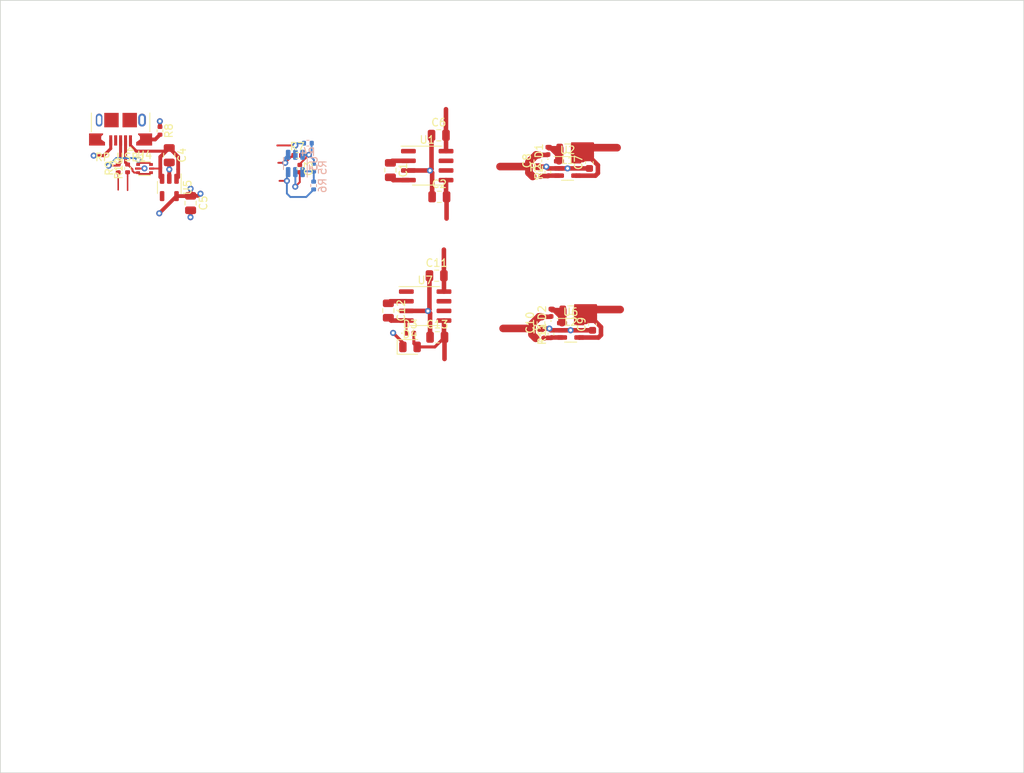
<source format=kicad_pcb>
(kicad_pcb (version 20221018) (generator pcbnew)
  (layers (0 "F.Cu" signal) (1 "In1.Cu" signal) (2 "In2.Cu" signal) (31 "B.Cu" signal) (34 "B.Paste" user) (35 "F.Paste" user) (36 "B.SilkS" user "B.Silkscreen") (37 "F.SilkS" user "F.Silkscreen") (38 "B.Mask" user) (39 "F.Mask" user) (44 "Edge.Cuts" user))
  (net 0 "")
  (net 1 "/USB Micro B/+5V")
  (net 2 "/EEPROM/CS#")
  (net 3 "Net-(U3-DO)")
  (net 4 "/EEPROM/DATA")
  (net 5 "/EEPROM/CLK")
  (net 6 "Net-(RP_USB1-Shield)")
  (net 7 "/USB Micro B/USB D+")
  (net 8 "Net-(RP_USB1-D+)")
  (net 9 "/USB Micro B/USB D-")
  (net 10 "Net-(RP_USB1-D-)")
  (net 13 "+3V3")
  (net 14 "GND")
  (net 15 "Net-(U1-CAP+)")
  (net 16 "Net-(U1-CAP-)")
  (net 17 "/Voltage Inverter/V-")
  (net 18 "/Voltage Inverter/V+")
  (net 22 "/DC Boost 10v/VIN")
  (net 23 "/DC Boost 10v/VOUT")
  (net 24 "/DC Boost 8.5v/VIN")
  (net 25 "/DC Boost 8.5v/VOUT")
  (net 26 "Net-(D1-A)")
  (net 27 "Net-(D2-A)")
  (net 28 "Net-(U2-FB)")
  (net 29 "Net-(U6-FB)")
  (net 30 "/Voltage Inverter alt/V+")
  (net 31 "Net-(U7-CAP+)")
  (net 32 "Net-(D3-K)")
  (net 33 "/Voltage Inverter alt/V-")
  (footprint "Package_SO:SOIC-8_3.9x4.9mm_P1.27mm" (layer "F.Cu") (at 165.367143 54.75845)
    (fp_text reference "U1" (at 0 -3.4) (layer "F.SilkS"))
    (fp_text value "TC7662Bx0A")
    (fp_line (start 0 -2.56) (end -3.45 -2.56) (stroke (width 0.12)) (layer "F.SilkS"))
    (fp_line (start 0 -2.56) (end 1.95 -2.56) (stroke (width 0.12)) (layer "F.SilkS"))
    (fp_line (start 0 2.56) (end -1.95 2.56) (stroke (width 0.12)) (layer "F.SilkS"))
    (fp_line (start 0 2.56) (end 1.95 2.56) (stroke (width 0.12)) (layer "F.SilkS"))
    (pad "1" smd roundrect (at -2.475 -1.905) (size 1.95 0.6) (layers "F.Cu" "F.Paste" "F.Mask"))
    (pad "2" smd roundrect (at -2.475 -0.635) (size 1.95 0.6) (layers "F.Cu" "F.Paste" "F.Mask") (net 15 "Net-(U1-CAP+)"))
    (pad "3" smd roundrect (at -2.475 0.635) (size 1.95 0.6) (layers "F.Cu" "F.Paste" "F.Mask") (net 14 "GND"))
    (pad "4" smd roundrect (at -2.475 1.905) (size 1.95 0.6) (layers "F.Cu" "F.Paste" "F.Mask") (net 16 "Net-(U1-CAP-)"))
    (pad "5" smd roundrect (at 2.475 1.905) (size 1.95 0.6) (layers "F.Cu" "F.Paste" "F.Mask") (net 17 "/Voltage Inverter/V-"))
    (pad "6" smd roundrect (at 2.475 0.635) (size 1.95 0.6) (layers "F.Cu" "F.Paste" "F.Mask"))
    (pad "7" smd roundrect (at 2.475 -0.635) (size 1.95 0.6) (layers "F.Cu" "F.Paste" "F.Mask"))
    (pad "8" smd roundrect (at 2.475 -1.905) (size 1.95 0.6) (layers "F.Cu" "F.Paste" "F.Mask") (net 18 "/Voltage Inverter/V+"))
  )
  (footprint "Capacitor_SMD:C_0805_2012Metric" (layer "F.Cu") (at 160.523649 55.343065 -90)
    (fp_text reference "C1" (at 0 -1.68 90) (layer "F.SilkS"))
    (fp_text value "10uF")
    (fp_line (start -0.261252 -0.735) (end 0.261252 -0.735) (stroke (width 0.12)) (layer "F.SilkS"))
    (fp_line (start -0.261252 0.735) (end 0.261252 0.735) (stroke (width 0.12)) (layer "F.SilkS"))
    (pad "1" smd roundrect (at -0.95 0 270) (size 1 1.45) (layers "F.Cu" "F.Paste" "F.Mask") (net 15 "Net-(U1-CAP+)"))
    (pad "2" smd roundrect (at 0.95 0 270) (size 1 1.45) (layers "F.Cu" "F.Paste" "F.Mask") (net 16 "Net-(U1-CAP-)"))
  )
  (footprint "Capacitor_SMD:C_0805_2012Metric" (layer "F.Cu") (at 166.610025 69.236544)
    (fp_text reference "C11" (at 0 -1.68) (layer "F.SilkS"))
    (fp_text value "10uF")
    (fp_line (start -0.261252 -0.735) (end 0.261252 -0.735) (stroke (width 0.12)) (layer "F.SilkS"))
    (fp_line (start -0.261252 0.735) (end 0.261252 0.735) (stroke (width 0.12)) (layer "F.SilkS"))
    (pad "1" smd roundrect (at -0.95 0) (size 1 1.45) (layers "F.Cu" "F.Paste" "F.Mask") (net 14 "GND"))
    (pad "2" smd roundrect (at 0.95 0) (size 1 1.45) (layers "F.Cu" "F.Paste" "F.Mask") (net 30 "/Voltage Inverter alt/V+"))
  )
  (footprint "Capacitor_SMD:C_0603_1608Metric" (layer "F.Cu") (at 180.323853 75.412827 90)
    (fp_text reference "C10" (at 0 -1.43 90) (layer "F.SilkS"))
    (fp_text value "10uF")
    (fp_line (start -0.14058 -0.51) (end 0.14058 -0.51) (stroke (width 0.12)) (layer "F.SilkS"))
    (fp_line (start -0.14058 0.51) (end 0.14058 0.51) (stroke (width 0.12)) (layer "F.SilkS"))
    (pad "1" smd roundrect (at -0.775 0 90) (size 0.9 0.95) (layers "F.Cu" "F.Paste" "F.Mask") (net 14 "GND"))
    (pad "2" smd roundrect (at 0.775 0 90) (size 0.9 0.95) (layers "F.Cu" "F.Paste" "F.Mask") (net 25 "/DC Boost 8.5v/VOUT"))
  )
  (footprint "Package_TO_SOT_SMD:SOT-23-5" (layer "F.Cu") (at 184.235983 76.413365)
    (fp_text reference "U6" (at 0 -2.4) (layer "F.SilkS"))
    (fp_text value "LM27313XMF")
    (fp_line (start 0 -1.56) (end -1.8 -1.56) (stroke (width 0.12)) (layer "F.SilkS"))
    (fp_line (start 0 -1.56) (end 0.8 -1.56) (stroke (width 0.12)) (layer "F.SilkS"))
    (fp_line (start 0 1.56) (end -0.8 1.56) (stroke (width 0.12)) (layer "F.SilkS"))
    (fp_line (start 0 1.56) (end 0.8 1.56) (stroke (width 0.12)) (layer "F.SilkS"))
    (pad "1" smd roundrect (at -1.1375 -0.95) (size 1.325 0.6) (layers "F.Cu" "F.Paste" "F.Mask") (net 27 "Net-(D2-A)"))
    (pad "2" smd roundrect (at -1.1375 0) (size 1.325 0.6) (layers "F.Cu" "F.Paste" "F.Mask") (net 14 "GND"))
    (pad "3" smd roundrect (at -1.1375 0.95) (size 1.325 0.6) (layers "F.Cu" "F.Paste" "F.Mask") (net 29 "Net-(U6-FB)"))
    (pad "4" smd roundrect (at 1.1375 0.95) (size 1.325 0.6) (layers "F.Cu" "F.Paste" "F.Mask") (net 24 "/DC Boost 8.5v/VIN"))
    (pad "5" smd roundrect (at 1.1375 -0.95) (size 1.325 0.6) (layers "F.Cu" "F.Paste" "F.Mask") (net 24 "/DC Boost 8.5v/VIN"))
  )
  (footprint "Diode_SMD:D_0402_1005Metric" (layer "F.Cu") (at 181.64889 74.105805 90)
    (fp_text reference "D2" (at 0 -1.17 90) (layer "F.SilkS"))
    (fp_text value "D_Schottky")
    (fp_circle (center -1.09 0) (end -1.04 0) (stroke (width 0.1)) (fill none) (layer "F.SilkS"))
    (pad "1" smd roundrect (at -0.485 0 90) (size 0.59 0.64) (layers "F.Cu" "F.Paste" "F.Mask") (net 25 "/DC Boost 8.5v/VOUT"))
    (pad "2" smd roundrect (at 0.485 0 90) (size 0.59 0.64) (layers "F.Cu" "F.Paste" "F.Mask") (net 27 "Net-(D2-A)"))
  )
  (footprint "Resistor_SMD:R_0402_1005Metric" (layer "F.Cu") (at 130.213608 50.174633 -90)
    (fp_text reference "R8" (at 0 -1.17 90) (layer "F.SilkS"))
    (fp_text value "1M")
    (fp_line (start -0.153641 -0.38) (end 0.153641 -0.38) (stroke (width 0.12)) (layer "F.SilkS"))
    (fp_line (start -0.153641 0.38) (end 0.153641 0.38) (stroke (width 0.12)) (layer "F.SilkS"))
    (pad "1" smd roundrect (at -0.51 0 270) (size 0.54 0.64) (layers "F.Cu" "F.Paste" "F.Mask") (net 14 "GND"))
    (pad "2" smd roundrect (at 0.51 0 270) (size 0.54 0.64) (layers "F.Cu" "F.Paste" "F.Mask") (net 6 "Net-(RP_USB1-Shield)"))
  )
  (footprint "Resistor_SMD:R_0402_1005Metric" (layer "F.Cu") (at 148.267953 53.418771)
    (fp_text reference "R7" (at 0 -1.17) (layer "F.SilkS"))
    (fp_text value "10K")
    (fp_line (start -0.153641 -0.38) (end 0.153641 -0.38) (stroke (width 0.12)) (layer "F.SilkS"))
    (fp_line (start -0.153641 0.38) (end 0.153641 0.38) (stroke (width 0.12)) (layer "F.SilkS"))
    (pad "1" smd roundrect (at -0.51 0) (size 0.54 0.64) (layers "F.Cu" "F.Paste" "F.Mask") (net 5 "/EEPROM/CLK"))
    (pad "2" smd roundrect (at 0.51 0) (size 0.54 0.64) (layers "F.Cu" "F.Paste" "F.Mask") (net 13 "+3V3"))
  )
  (footprint "Package_TO_SOT_SMD:SOT-666" (layer "F.Cu") (at 128.184959 55.142801)
    (fp_text reference "U4" (at 0 -1.75) (layer "F.SilkS"))
    (fp_text value "USBLC6-2P6")
    (fp_line (start -0.8 0.9) (end 0.8 0.9) (stroke (width 0.12)) (layer "F.SilkS"))
    (fp_line (start 0.8 -0.9) (end -1.1 -0.9) (stroke (width 0.12)) (layer "F.SilkS"))
    (pad "1" smd rect (at -0.85 -0.5375) (size 0.5 0.375) (layers "F.Cu" "F.Paste" "F.Mask") (net 8 "Net-(RP_USB1-D+)"))
    (pad "2" smd rect (at -0.925 0) (size 0.65 0.3) (layers "F.Cu" "F.Paste" "F.Mask") (net 14 "GND"))
    (pad "3" smd rect (at -0.85 0.5375) (size 0.5 0.375) (layers "F.Cu" "F.Paste" "F.Mask") (net 10 "Net-(RP_USB1-D-)"))
    (pad "4" smd rect (at 0.85 0.5375) (size 0.5 0.375) (layers "F.Cu" "F.Paste" "F.Mask") (net 10 "Net-(RP_USB1-D-)"))
    (pad "5" smd rect (at 0.925 0) (size 0.65 0.3) (layers "F.Cu" "F.Paste" "F.Mask") (net 1 "/USB Micro B/+5V"))
    (pad "6" smd rect (at 0.85 -0.5375) (size 0.5 0.375) (layers "F.Cu" "F.Paste" "F.Mask") (net 8 "Net-(RP_USB1-D+)"))
  )
  (footprint "Capacitor_SMD:C_0603_1608Metric" (layer "F.Cu") (at 186.697527 54.351956 90)
    (fp_text reference "C7" (at 0 -1.43 90) (layer "F.SilkS"))
    (fp_text value "10uF")
    (fp_line (start -0.14058 -0.51) (end 0.14058 -0.51) (stroke (width 0.12)) (layer "F.SilkS"))
    (fp_line (start -0.14058 0.51) (end 0.14058 0.51) (stroke (width 0.12)) (layer "F.SilkS"))
    (pad "1" smd roundrect (at -0.775 0 90) (size 0.9 0.95) (layers "F.Cu" "F.Paste" "F.Mask") (net 14 "GND"))
    (pad "2" smd roundrect (at 0.775 0 90) (size 0.9 0.95) (layers "F.Cu" "F.Paste" "F.Mask") (net 22 "/DC Boost 10v/VIN"))
  )
  (footprint "Diode_SMD:D_0805_2012Metric" (layer "F.Cu") (at 163.101856 78.602215)
    (fp_text reference "D4" (at 0 -1.65) (layer "F.SilkS"))
    (fp_text value "D")
    (fp_line (start -1.685 -0.96) (end -1.685 0.96) (stroke (width 0.12)) (layer "F.SilkS"))
    (fp_line (start -1.685 0.96) (end 1 0.96) (stroke (width 0.12)) (layer "F.SilkS"))
    (fp_line (start 1 -0.96) (end -1.685 -0.96) (stroke (width 0.12)) (layer "F.SilkS"))
    (pad "1" smd roundrect (at -0.9375 0) (size 0.975 1.4) (layers "F.Cu" "F.Paste" "F.Mask") (net 14 "GND"))
    (pad "2" smd roundrect (at 0.9375 0) (size 0.975 1.4) (layers "F.Cu" "F.Paste" "F.Mask") (net 33 "/Voltage Inverter alt/V-"))
  )
  (footprint "Diode_SMD:D_0402_1005Metric" (layer "F.Cu") (at 163.12357 76.800154)
    (fp_text reference "D3" (at 0 -1.17) (layer "F.SilkS"))
    (fp_text value "D_Schottky")
    (fp_circle (center -1.09 0) (end -1.04 0) (stroke (width 0.1)) (fill none) (layer "F.SilkS"))
    (pad "1" smd roundrect (at -0.485 0) (size 0.59 0.64) (layers "F.Cu" "F.Paste" "F.Mask") (net 32 "Net-(D3-K)"))
    (pad "2" smd roundrect (at 0.485 0) (size 0.59 0.64) (layers "F.Cu" "F.Paste" "F.Mask") (net 33 "/Voltage Inverter alt/V-"))
  )
  (footprint "Connector_USB:USB_Micro-B_XKB_U254-051T-4BH83-F1S" (layer "F.Cu") (at 125.033036 49.156639 180)
    (fp_text reference "RP_USB1" (at 0 -4.5) (layer "F.SilkS"))
    (fp_text value "USB_B_Micro")
    (fp_line (start -3.845 -1.16) (end -3.845 1.33) (stroke (width 0.12)) (layer "F.SilkS"))
    (fp_line (start -1.7 -3.6) (end -0.9 -3.6) (stroke (width 0.12)) (layer "F.SilkS"))
    (fp_line (start -1.3 -3.15) (end -1.7 -3.6) (stroke (width 0.12)) (layer "F.SilkS"))
    (fp_line (start -0.9 -3.6) (end -1.3 -3.15) (stroke (width 0.12)) (layer "F.SilkS"))
    (fp_line (start 3.845 -1.16) (end 3.845 1.33) (stroke (width 0.12)) (layer "F.SilkS"))
    (pad "" np_thru_hole circle (at -2 -1.96 180) (size 0.6 0.6) (drill 0.6) (layers "F&B.Cu" "*.Mask"))
    (pad "" np_thru_hole circle (at 2 -1.96 180) (size 0.6 0.6) (drill 0.6) (layers "F&B.Cu" "*.Mask"))
    (pad "1" smd rect (at -1.3 -2.285 180) (size 0.4 1.35) (layers "F.Cu" "F.Paste" "F.Mask") (net 1 "/USB Micro B/+5V"))
    (pad "2" smd rect (at -0.65 -2.285 180) (size 0.4 1.35) (layers "F.Cu" "F.Paste" "F.Mask") (net 10 "Net-(RP_USB1-D-)"))
    (pad "3" smd rect (at 0 -2.285 180) (size 0.4 1.35) (layers "F.Cu" "F.Paste" "F.Mask") (net 8 "Net-(RP_USB1-D+)"))
    (pad "4" smd rect (at 0.65 -2.285 180) (size 0.4 1.35) (layers "F.Cu" "F.Paste" "F.Mask"))
    (pad "5" smd rect (at 1.3 -2.285 180) (size 0.4 1.35) (layers "F.Cu" "F.Paste" "F.Mask") (net 14 "GND"))
    (pad "6" smd custom (at -3.1 -2.16 180) (size 1 1.1) (layers "F.Cu" "F.Paste" "F.Mask") (net 6 "Net-(RP_USB1-Shield)") (options (clearance outline) (anchor rect)) (primitives (gr_poly (pts (xy 0.8 0.8) (xy -1.05 0.8) (xy -1.05 -0.8) (xy 1.05 -0.8) (xy 1.05 -0.35) (xy 0.55 0) (xy 0.55 0.4) (xy 0.8 0.65)) (width 0) (fill yes))))
    (pad "6" thru_hole oval (at -2.825 0.39 180) (size 1 1.7) (drill oval 0.5 1.2) (layers "*.Cu" "*.Mask") (net 6 "Net-(RP_USB1-Shield)"))
    (pad "6" smd rect (at -1.2 0.39 180) (size 1.9 1.9) (layers "F.Cu" "F.Paste" "F.Mask") (net 6 "Net-(RP_USB1-Shield)"))
    (pad "6" smd rect (at 1.2 0.39 180) (size 1.9 1.9) (layers "F.Cu" "F.Paste" "F.Mask") (net 6 "Net-(RP_USB1-Shield)"))
    (pad "6" thru_hole oval (at 2.825 0.39 180) (size 0.85 1.7) (drill oval 0.5 1.2) (layers "*.Cu" "*.Mask") (net 6 "Net-(RP_USB1-Shield)"))
    (pad "6" smd custom (at 3.1 -2.16 180) (size 1 1.1) (layers "F.Cu" "F.Paste" "F.Mask") (net 6 "Net-(RP_USB1-Shield)") (options (clearance outline) (anchor rect)) (primitives (gr_poly (pts (xy -0.8 0.8) (xy 1.05 0.8) (xy 1.05 -0.8) (xy -1.05 -0.8) (xy -1.05 -0.35) (xy -0.55 0) (xy -0.55 0.4) (xy -0.8 0.65)) (width 0) (fill yes))))
  )
  (footprint "Capacitor_SMD:C_0402_1005Metric" (layer "F.Cu") (at 148.604577 55.144694 -90)
    (fp_text reference "C3" (at 0 -1.16 90) (layer "F.SilkS"))
    (fp_text value "100nF")
    (fp_line (start -0.107836 -0.36) (end 0.107836 -0.36) (stroke (width 0.12)) (layer "F.SilkS"))
    (fp_line (start -0.107836 0.36) (end 0.107836 0.36) (stroke (width 0.12)) (layer "F.SilkS"))
    (pad "1" smd roundrect (at -0.48 0 270) (size 0.56 0.62) (layers "F.Cu" "F.Paste" "F.Mask") (net 13 "+3V3"))
    (pad "2" smd roundrect (at 0.48 0 270) (size 0.56 0.62) (layers "F.Cu" "F.Paste" "F.Mask") (net 14 "GND"))
  )
  (footprint "Inductor_SMD:L_0805_2012Metric" (layer "F.Cu") (at 183.853498 52.470811 180)
    (fp_text reference "L1" (at 0 -1.55) (layer "F.SilkS"))
    (fp_text value "L 10uH")
    (fp_line (start -0.399622 -0.56) (end 0.399622 -0.56) (stroke (width 0.12)) (layer "F.SilkS"))
    (fp_line (start -0.399622 0.56) (end 0.399622 0.56) (stroke (width 0.12)) (layer "F.SilkS"))
    (pad "1" smd roundrect (at -1.0625 0 180) (size 0.875 1.2) (layers "F.Cu" "F.Paste" "F.Mask") (net 22 "/DC Boost 10v/VIN"))
    (pad "2" smd roundrect (at 1.0625 0 180) (size 0.875 1.2) (layers "F.Cu" "F.Paste" "F.Mask") (net 26 "Net-(D1-A)"))
  )
  (footprint "Resistor_SMD:R_0402_1005Metric" (layer "F.Cu") (at 125.953036 55.116639 90)
    (fp_text reference "R10" (at 0 -1.17 90) (layer "F.SilkS"))
    (fp_text value "27")
    (fp_line (start -0.153641 -0.38) (end 0.153641 -0.38) (stroke (width 0.12)) (layer "F.SilkS"))
    (fp_line (start -0.153641 0.38) (end 0.153641 0.38) (stroke (width 0.12)) (layer "F.SilkS"))
    (pad "1" smd roundrect (at -0.51 0 90) (size 0.54 0.64) (layers "F.Cu" "F.Paste" "F.Mask") (net 9 "/USB Micro B/USB D-"))
    (pad "2" smd roundrect (at 0.51 0 90) (size 0.54 0.64) (layers "F.Cu" "F.Paste" "F.Mask") (net 10 "Net-(RP_USB1-D-)"))
  )
  (footprint "Package_TO_SOT_SMD:SOT-23-5" (layer "F.Cu") (at 131.438624 57.628495 -90)
    (fp_text reference "U5" (at 0 -2.4 90) (layer "F.SilkS"))
    (fp_text value "AP2112K-3.3")
    (fp_line (start 0 -1.56) (end -1.8 -1.56) (stroke (width 0.12)) (layer "F.SilkS"))
    (fp_line (start 0 -1.56) (end 0.8 -1.56) (stroke (width 0.12)) (layer "F.SilkS"))
    (fp_line (start 0 1.56) (end -0.8 1.56) (stroke (width 0.12)) (layer "F.SilkS"))
    (fp_line (start 0 1.56) (end 0.8 1.56) (stroke (width 0.12)) (layer "F.SilkS"))
    (pad "1" smd roundrect (at -1.1375 -0.95 270) (size 1.325 0.6) (layers "F.Cu" "F.Paste" "F.Mask") (net 1 "/USB Micro B/+5V"))
    (pad "2" smd roundrect (at -1.1375 0 270) (size 1.325 0.6) (layers "F.Cu" "F.Paste" "F.Mask") (net 14 "GND"))
    (pad "3" smd roundrect (at -1.1375 0.95 270) (size 1.325 0.6) (layers "F.Cu" "F.Paste" "F.Mask") (net 1 "/USB Micro B/+5V"))
    (pad "4" smd roundrect (at 1.1375 0.95 270) (size 1.325 0.6) (layers "F.Cu" "F.Paste" "F.Mask"))
    (pad "5" smd roundrect (at 1.1375 -0.95 270) (size 1.325 0.6) (layers "F.Cu" "F.Paste" "F.Mask") (net 13 "+3V3"))
  )
  (footprint "Capacitor_SMD:C_0805_2012Metric" (layer "F.Cu") (at 166.881644 50.764509)
    (fp_text reference "C6" (at 0 -1.68) (layer "F.SilkS"))
    (fp_text value "10uF")
    (fp_line (start -0.261252 -0.735) (end 0.261252 -0.735) (stroke (width 0.12)) (layer "F.SilkS"))
    (fp_line (start -0.261252 0.735) (end 0.261252 0.735) (stroke (width 0.12)) (layer "F.SilkS"))
    (pad "1" smd roundrect (at -0.95 0) (size 1 1.45) (layers "F.Cu" "F.Paste" "F.Mask") (net 14 "GND"))
    (pad "2" smd roundrect (at 0.95 0) (size 1 1.45) (layers "F.Cu" "F.Paste" "F.Mask") (net 18 "/Voltage Inverter/V+"))
  )
  (footprint "Capacitor_SMD:C_0805_2012Metric" (layer "F.Cu") (at 166.69 77.33399)
    (fp_text reference "C13" (at 0 -1.68) (layer "F.SilkS"))
    (fp_text value "10uF")
    (fp_line (start -0.261252 -0.735) (end 0.261252 -0.735) (stroke (width 0.12)) (layer "F.SilkS"))
    (fp_line (start -0.261252 0.735) (end 0.261252 0.735) (stroke (width 0.12)) (layer "F.SilkS"))
    (pad "1" smd roundrect (at -0.95 0) (size 1 1.45) (layers "F.Cu" "F.Paste" "F.Mask") (net 14 "GND"))
    (pad "2" smd roundrect (at 0.95 0) (size 1 1.45) (layers "F.Cu" "F.Paste" "F.Mask") (net 33 "/Voltage Inverter alt/V-"))
  )
  (footprint "Capacitor_SMD:C_0603_1608Metric" (layer "F.Cu") (at 187.102322 75.643089 90)
    (fp_text reference "C9" (at 0 -1.43 90) (layer "F.SilkS"))
    (fp_text value "10uF")
    (fp_line (start -0.14058 -0.51) (end 0.14058 -0.51) (stroke (width 0.12)) (layer "F.SilkS"))
    (fp_line (start -0.14058 0.51) (end 0.14058 0.51) (stroke (width 0.12)) (layer "F.SilkS"))
    (pad "1" smd roundrect (at -0.775 0 90) (size 0.9 0.95) (layers "F.Cu" "F.Paste" "F.Mask") (net 14 "GND"))
    (pad "2" smd roundrect (at 0.775 0 90) (size 0.9 0.95) (layers "F.Cu" "F.Paste" "F.Mask") (net 24 "/DC Boost 8.5v/VIN"))
  )
  (footprint "Diode_SMD:D_0402_1005Metric" (layer "F.Cu") (at 181.244095 52.814672 90)
    (fp_text reference "D1" (at 0 -1.17 90) (layer "F.SilkS"))
    (fp_text value "D_Schottky")
    (fp_circle (center -1.09 0) (end -1.04 0) (stroke (width 0.1)) (fill none) (layer "F.SilkS"))
    (pad "1" smd roundrect (at -0.485 0 90) (size 0.59 0.64) (layers "F.Cu" "F.Paste" "F.Mask") (net 23 "/DC Boost 10v/VOUT"))
    (pad "2" smd roundrect (at 0.485 0 90) (size 0.59 0.64) (layers "F.Cu" "F.Paste" "F.Mask") (net 26 "Net-(D1-A)"))
  )
  (footprint "Resistor_SMD:R_0402_1005Metric" (layer "F.Cu") (at 180.153112 77.476941)
    (fp_text reference "R3" (at 0 -1.17) (layer "F.SilkS"))
    (fp_text value "R 100k 1%")
    (fp_line (start -0.153641 -0.38) (end 0.153641 -0.38) (stroke (width 0.12)) (layer "F.SilkS"))
    (fp_line (start -0.153641 0.38) (end 0.153641 0.38) (stroke (width 0.12)) (layer "F.SilkS"))
    (pad "1" smd roundrect (at -0.51 0) (size 0.54 0.64) (layers "F.Cu" "F.Paste" "F.Mask") (net 25 "/DC Boost 8.5v/VOUT"))
    (pad "2" smd roundrect (at 0.51 0) (size 0.54 0.64) (layers "F.Cu" "F.Paste" "F.Mask") (net 29 "Net-(U6-FB)"))
  )
  (footprint "Capacitor_SMD:C_0805_2012Metric" (layer "F.Cu") (at 131.43021 53.381293 -90)
    (fp_text reference "C4" (at 0 -1.68 90) (layer "F.SilkS"))
    (fp_text value "10uF")
    (fp_line (start -0.261252 -0.735) (end 0.261252 -0.735) (stroke (width 0.12)) (layer "F.SilkS"))
    (fp_line (start -0.261252 0.735) (end 0.261252 0.735) (stroke (width 0.12)) (layer "F.SilkS"))
    (pad "1" smd roundrect (at -0.95 0 270) (size 1 1.45) (layers "F.Cu" "F.Paste" "F.Mask") (net 1 "/USB Micro B/+5V"))
    (pad "2" smd roundrect (at 0.95 0 270) (size 1 1.45) (layers "F.Cu" "F.Paste" "F.Mask") (net 14 "GND"))
  )
  (footprint "Inductor_SMD:L_0805_2012Metric" (layer "F.Cu") (at 184.258293 73.761944 180)
    (fp_text reference "L2" (at 0 -1.55) (layer "F.SilkS"))
    (fp_text value "L 10uH")
    (fp_line (start -0.399622 -0.56) (end 0.399622 -0.56) (stroke (width 0.12)) (layer "F.SilkS"))
    (fp_line (start -0.399622 0.56) (end 0.399622 0.56) (stroke (width 0.12)) (layer "F.SilkS"))
    (pad "1" smd roundrect (at -1.0625 0 180) (size 0.875 1.2) (layers "F.Cu" "F.Paste" "F.Mask") (net 24 "/DC Boost 8.5v/VIN"))
    (pad "2" smd roundrect (at 1.0625 0 180) (size 0.875 1.2) (layers "F.Cu" "F.Paste" "F.Mask") (net 27 "Net-(D2-A)"))
  )
  (footprint "Resistor_SMD:R_0402_1005Metric" (layer "F.Cu") (at 181.237176 55.611686 90)
    (fp_text reference "R2" (at 0 -1.17 90) (layer "F.SilkS"))
    (fp_text value "R 14k 1%")
    (fp_line (start -0.153641 -0.38) (end 0.153641 -0.38) (stroke (width 0.12)) (layer "F.SilkS"))
    (fp_line (start -0.153641 0.38) (end 0.153641 0.38) (stroke (width 0.12)) (layer "F.SilkS"))
    (pad "1" smd roundrect (at -0.51 0 90) (size 0.54 0.64) (layers "F.Cu" "F.Paste" "F.Mask") (net 28 "Net-(U2-FB)"))
    (pad "2" smd roundrect (at 0.51 0 90) (size 0.54 0.64) (layers "F.Cu" "F.Paste" "F.Mask") (net 14 "GND"))
  )
  (footprint "Package_SO:SOIC-8_3.9x4.9mm_P1.27mm" (layer "F.Cu") (at 165.095524 73.230485)
    (fp_text reference "U7" (at 0 -3.4) (layer "F.SilkS"))
    (fp_text value "TC7662Bx0A")
    (fp_line (start 0 -2.56) (end -3.45 -2.56) (stroke (width 0.12)) (layer "F.SilkS"))
    (fp_line (start 0 -2.56) (end 1.95 -2.56) (stroke (width 0.12)) (layer "F.SilkS"))
    (fp_line (start 0 2.56) (end -1.95 2.56) (stroke (width 0.12)) (layer "F.SilkS"))
    (fp_line (start 0 2.56) (end 1.95 2.56) (stroke (width 0.12)) (layer "F.SilkS"))
    (pad "1" smd roundrect (at -2.475 -1.905) (size 1.95 0.6) (layers "F.Cu" "F.Paste" "F.Mask"))
    (pad "2" smd roundrect (at -2.475 -0.635) (size 1.95 0.6) (layers "F.Cu" "F.Paste" "F.Mask") (net 31 "Net-(U7-CAP+)"))
    (pad "3" smd roundrect (at -2.475 0.635) (size 1.95 0.6) (layers "F.Cu" "F.Paste" "F.Mask") (net 14 "GND"))
    (pad "4" smd roundrect (at -2.475 1.905) (size 1.95 0.6) (layers "F.Cu" "F.Paste" "F.Mask") (net 32 "Net-(D3-K)"))
    (pad "5" smd roundrect (at 2.475 1.905) (size 1.95 0.6) (layers "F.Cu" "F.Paste" "F.Mask") (net 33 "/Voltage Inverter alt/V-"))
    (pad "6" smd roundrect (at 2.475 0.635) (size 1.95 0.6) (layers "F.Cu" "F.Paste" "F.Mask"))
    (pad "7" smd roundrect (at 2.475 -0.635) (size 1.95 0.6) (layers "F.Cu" "F.Paste" "F.Mask"))
    (pad "8" smd roundrect (at 2.475 -1.905) (size 1.95 0.6) (layers "F.Cu" "F.Paste" "F.Mask") (net 30 "/Voltage Inverter alt/V+"))
  )
  (footprint "Package_TO_SOT_SMD:SOT-23-5" (layer "F.Cu") (at 183.831188 55.122232)
    (fp_text reference "U2" (at 0 -2.4) (layer "F.SilkS"))
    (fp_text value "LM27313XMF")
    (fp_line (start 0 -1.56) (end -1.8 -1.56) (stroke (width 0.12)) (layer "F.SilkS"))
    (fp_line (start 0 -1.56) (end 0.8 -1.56) (stroke (width 0.12)) (layer "F.SilkS"))
    (fp_line (start 0 1.56) (end -0.8 1.56) (stroke (width 0.12)) (layer "F.SilkS"))
    (fp_line (start 0 1.56) (end 0.8 1.56) (stroke (width 0.12)) (layer "F.SilkS"))
    (pad "1" smd roundrect (at -1.1375 -0.95) (size 1.325 0.6) (layers "F.Cu" "F.Paste" "F.Mask") (net 26 "Net-(D1-A)"))
    (pad "2" smd roundrect (at -1.1375 0) (size 1.325 0.6) (layers "F.Cu" "F.Paste" "F.Mask") (net 14 "GND"))
    (pad "3" smd roundrect (at -1.1375 0.95) (size 1.325 0.6) (layers "F.Cu" "F.Paste" "F.Mask") (net 28 "Net-(U2-FB)"))
    (pad "4" smd roundrect (at 1.1375 0.95) (size 1.325 0.6) (layers "F.Cu" "F.Paste" "F.Mask") (net 22 "/DC Boost 10v/VIN"))
    (pad "5" smd roundrect (at 1.1375 -0.95) (size 1.325 0.6) (layers "F.Cu" "F.Paste" "F.Mask") (net 22 "/DC Boost 10v/VIN"))
  )
  (footprint "Resistor_SMD:R_0402_1005Metric" (layer "F.Cu") (at 181.641971 76.902819 90)
    (fp_text reference "R11" (at 0 -1.17 90) (layer "F.SilkS"))
    (fp_text value "R 16k 1%")
    (fp_line (start -0.153641 -0.38) (end 0.153641 -0.38) (stroke (width 0.12)) (layer "F.SilkS"))
    (fp_line (start -0.153641 0.38) (end 0.153641 0.38) (stroke (width 0.12)) (layer "F.SilkS"))
    (pad "1" smd roundrect (at -0.51 0 90) (size 0.54 0.64) (layers "F.Cu" "F.Paste" "F.Mask") (net 29 "Net-(U6-FB)"))
    (pad "2" smd roundrect (at 0.51 0 90) (size 0.54 0.64) (layers "F.Cu" "F.Paste" "F.Mask") (net 14 "GND"))
  )
  (footprint "Capacitor_SMD:C_0805_2012Metric" (layer "F.Cu") (at 134.239396 59.680512 -90)
    (fp_text reference "C5" (at 0 -1.68 90) (layer "F.SilkS"))
    (fp_text value "10uF")
    (fp_line (start -0.261252 -0.735) (end 0.261252 -0.735) (stroke (width 0.12)) (layer "F.SilkS"))
    (fp_line (start -0.261252 0.735) (end 0.261252 0.735) (stroke (width 0.12)) (layer "F.SilkS"))
    (pad "1" smd roundrect (at -0.95 0 270) (size 1 1.45) (layers "F.Cu" "F.Paste" "F.Mask") (net 13 "+3V3"))
    (pad "2" smd roundrect (at 0.95 0 270) (size 1 1.45) (layers "F.Cu" "F.Paste" "F.Mask") (net 14 "GND"))
  )
  (footprint "Capacitor_SMD:C_0805_2012Metric" (layer "F.Cu") (at 160.25203 73.8151 -90)
    (fp_text reference "C12" (at 0 -1.68 90) (layer "F.SilkS"))
    (fp_text value "10uF")
    (fp_line (start -0.261252 -0.735) (end 0.261252 -0.735) (stroke (width 0.12)) (layer "F.SilkS"))
    (fp_line (start -0.261252 0.735) (end 0.261252 0.735) (stroke (width 0.12)) (layer "F.SilkS"))
    (pad "1" smd roundrect (at -0.95 0 270) (size 1 1.45) (layers "F.Cu" "F.Paste" "F.Mask") (net 31 "Net-(U7-CAP+)"))
    (pad "2" smd roundrect (at 0.95 0 270) (size 1 1.45) (layers "F.Cu" "F.Paste" "F.Mask") (net 32 "Net-(D3-K)"))
  )
  (footprint "Resistor_SMD:R_0402_1005Metric" (layer "F.Cu") (at 179.748317 56.185808)
    (fp_text reference "R1" (at 0 -1.17) (layer "F.SilkS"))
    (fp_text value "R 100k 1%")
    (fp_line (start -0.153641 -0.38) (end 0.153641 -0.38) (stroke (width 0.12)) (layer "F.SilkS"))
    (fp_line (start -0.153641 0.38) (end 0.153641 0.38) (stroke (width 0.12)) (layer "F.SilkS"))
    (pad "1" smd roundrect (at -0.51 0) (size 0.54 0.64) (layers "F.Cu" "F.Paste" "F.Mask") (net 23 "/DC Boost 10v/VOUT"))
    (pad "2" smd roundrect (at 0.51 0) (size 0.54 0.64) (layers "F.Cu" "F.Paste" "F.Mask") (net 28 "Net-(U2-FB)"))
  )
  (footprint "Resistor_SMD:R_0402_1005Metric" (layer "F.Cu") (at 124.718597 55.116639 90)
    (fp_text reference "R9" (at 0 -1.17 90) (layer "F.SilkS"))
    (fp_text value "27")
    (fp_line (start -0.153641 -0.38) (end 0.153641 -0.38) (stroke (width 0.12)) (layer "F.SilkS"))
    (fp_line (start -0.153641 0.38) (end 0.153641 0.38) (stroke (width 0.12)) (layer "F.SilkS"))
    (pad "1" smd roundrect (at -0.51 0 90) (size 0.54 0.64) (layers "F.Cu" "F.Paste" "F.Mask") (net 7 "/USB Micro B/USB D+"))
    (pad "2" smd roundrect (at 0.51 0 90) (size 0.54 0.64) (layers "F.Cu" "F.Paste" "F.Mask") (net 8 "Net-(RP_USB1-D+)"))
  )
  (footprint "Capacitor_SMD:C_0603_1608Metric" (layer "F.Cu") (at 179.919058 54.121694 90)
    (fp_text reference "C8" (at 0 -1.43 90) (layer "F.SilkS"))
    (fp_text value "10uF")
    (fp_line (start -0.14058 -0.51) (end 0.14058 -0.51) (stroke (width 0.12)) (layer "F.SilkS"))
    (fp_line (start -0.14058 0.51) (end 0.14058 0.51) (stroke (width 0.12)) (layer "F.SilkS"))
    (pad "1" smd roundrect (at -0.775 0 90) (size 0.9 0.95) (layers "F.Cu" "F.Paste" "F.Mask") (net 14 "GND"))
    (pad "2" smd roundrect (at 0.775 0 90) (size 0.9 0.95) (layers "F.Cu" "F.Paste" "F.Mask") (net 23 "/DC Boost 10v/VOUT"))
  )
  (footprint "Capacitor_SMD:C_0805_2012Metric" (layer "F.Cu") (at 166.961619 58.861955)
    (fp_text reference "C2" (at 0 -1.68) (layer "F.SilkS"))
    (fp_text value "10uF")
    (fp_line (start -0.261252 -0.735) (end 0.261252 -0.735) (stroke (width 0.12)) (layer "F.SilkS"))
    (fp_line (start -0.261252 0.735) (end 0.261252 0.735) (stroke (width 0.12)) (layer "F.SilkS"))
    (pad "1" smd roundrect (at -0.95 0) (size 1 1.45) (layers "F.Cu" "F.Paste" "F.Mask") (net 14 "GND"))
    (pad "2" smd roundrect (at 0.95 0) (size 1 1.45) (layers "F.Cu" "F.Paste" "F.Mask") (net 17 "/Voltage Inverter/V-"))
  )
  (footprint "Package_TO_SOT_SMD:SOT-23-6" (layer "B.Cu") (at 148.021509 54.472182 90)
    (fp_text reference "U3" (at 0 2.4 90) (layer "B.SilkS") (effects (justify mirror)))
    (fp_text value "93LCxxB")
    (fp_line (start 0 -1.56) (end -0.8 -1.56) (stroke (width 0.12)) (layer "B.SilkS"))
    (fp_line (start 0 -1.56) (end 0.8 -1.56) (stroke (width 0.12)) (layer "B.SilkS"))
    (fp_line (start 0 1.56) (end -1.8 1.56) (stroke (width 0.12)) (layer "B.SilkS"))
    (fp_line (start 0 1.56) (end 0.8 1.56) (stroke (width 0.12)) (layer "B.SilkS"))
    (pad "1" smd roundrect (at -1.1375 0.95 90) (size 1.325 0.6) (layers "B.Cu" "B.Paste" "B.Mask") (net 3 "Net-(U3-DO)"))
    (pad "2" smd roundrect (at -1.1375 0 90) (size 1.325 0.6) (layers "B.Cu" "B.Paste" "B.Mask") (net 14 "GND"))
    (pad "3" smd roundrect (at -1.1375 -0.95 90) (size 1.325 0.6) (layers "B.Cu" "B.Paste" "B.Mask") (net 4 "/EEPROM/DATA"))
    (pad "4" smd roundrect (at 1.1375 -0.95 90) (size 1.325 0.6) (layers "B.Cu" "B.Paste" "B.Mask") (net 5 "/EEPROM/CLK"))
    (pad "5" smd roundrect (at 1.1375 0 90) (size 1.325 0.6) (layers "B.Cu" "B.Paste" "B.Mask") (net 2 "/EEPROM/CS#"))
    (pad "6" smd roundrect (at 1.1375 0.95 90) (size 1.325 0.6) (layers "B.Cu" "B.Paste" "B.Mask") (net 13 "+3V3"))
  )
  (footprint "Resistor_SMD:R_0402_1005Metric" (layer "B.Cu") (at 150.43103 55.014509 90)
    (fp_text reference "R5" (at 0 1.17 90) (layer "B.SilkS") (effects (justify mirror)))
    (fp_text value "10K")
    (fp_line (start -0.153641 -0.38) (end 0.153641 -0.38) (stroke (width 0.12)) (layer "B.SilkS"))
    (fp_line (start -0.153641 0.38) (end 0.153641 0.38) (stroke (width 0.12)) (layer "B.SilkS"))
    (pad "1" smd roundrect (at -0.51 0 90) (size 0.54 0.64) (layers "B.Cu" "B.Paste" "B.Mask") (net 3 "Net-(U3-DO)"))
    (pad "2" smd roundrect (at 0.51 0 90) (size 0.54 0.64) (layers "B.Cu" "B.Paste" "B.Mask") (net 13 "+3V3"))
  )
  (footprint "Resistor_SMD:R_0402_1005Metric" (layer "B.Cu") (at 150.426628 57.375745 90)
    (fp_text reference "R6" (at 0 1.17 90) (layer "B.SilkS") (effects (justify mirror)))
    (fp_text value "2K")
    (fp_line (start -0.153641 -0.38) (end 0.153641 -0.38) (stroke (width 0.12)) (layer "B.SilkS"))
    (fp_line (start -0.153641 0.38) (end 0.153641 0.38) (stroke (width 0.12)) (layer "B.SilkS"))
    (pad "1" smd roundrect (at -0.51 0 90) (size 0.54 0.64) (layers "B.Cu" "B.Paste" "B.Mask") (net 4 "/EEPROM/DATA"))
    (pad "2" smd roundrect (at 0.51 0 90) (size 0.54 0.64) (layers "B.Cu" "B.Paste" "B.Mask") (net 3 "Net-(U3-DO)"))
  )
  (footprint "Resistor_SMD:R_0402_1005Metric" (layer "B.Cu") (at 149.66805 51.806648)
    (fp_text reference "R4" (at 0 1.17) (layer "B.SilkS") (effects (justify mirror)))
    (fp_text value "10K")
    (fp_line (start -0.153641 -0.38) (end 0.153641 -0.38) (stroke (width 0.12)) (layer "B.SilkS"))
    (fp_line (start -0.153641 0.38) (end 0.153641 0.38) (stroke (width 0.12)) (layer "B.SilkS"))
    (pad "1" smd roundrect (at -0.51 0) (size 0.54 0.64) (layers "B.Cu" "B.Paste" "B.Mask") (net 2 "/EEPROM/CS#"))
    (pad "2" smd roundrect (at 0.51 0) (size 0.54 0.64) (layers "B.Cu" "B.Paste" "B.Mask") (net 13 "+3V3"))
  )
  (gr_rect (start 109.22 33.02) (end 243.84 134.62) (stroke (width 0.1)) (fill none) (layer "Edge.Cuts"))
  (segment (start 130.169363 55.143126) (end 130.25521 55.057279) (width 0.25) (layer "F.Cu") (net 1))
  (segment (start 132.55521 56.324413) (end 132.60521 56.274413) (width 0.5) (layer "F.Cu") (net 1))
  (segment (start 130.169688 55.142801) (end 130.25521 55.057279) (width 0.25) (layer "F.Cu") (net 1))
  (segment (start 132.638326 55.204807) (end 132.60521 55.237923) (width 0.25) (layer "F.Cu") (net 1))
  (segment (start 132.55521 56.324413) (end 132.388625 56.490997) (width 0.4) (layer "F.Cu") (net 1))
  (segment (start 129.109959 55.142801) (end 130.169688 55.142801) (width 0.25) (layer "F.Cu") (net 1))
  (segment (start 127.097862 52.855832) (end 131.005671 52.855832) (width 0.4) (layer "F.Cu") (net 1))
  (segment (start 126.333036 52.091006) (end 126.333036 51.441639) (width 0.4) (layer "F.Cu") (net 1))
  (segment (start 132.60521 55.237923) (end 132.60521 53.606294) (width 0.5) (layer "F.Cu") (net 1))
  (segment (start 131.430209 52.431293) (end 130.25521 53.606292) (width 0.5) (layer "F.Cu") (net 1))
  (segment (start 131.005671 52.855832) (end 131.43021 52.431293) (width 0.4) (layer "F.Cu") (net 1))
  (segment (start 130.25521 56.257583) (end 130.488624 56.490997) (width 0.5) (layer "F.Cu") (net 1))
  (segment (start 130.25521 53.606292) (end 130.25521 55.057279) (width 0.5) (layer "F.Cu") (net 1))
  (segment (start 132.60521 53.606294) (end 131.430209 52.431293) (width 0.5) (layer "F.Cu") (net 1))
  (segment (start 131.951476 52.952559) (end 131.43021 52.431293) (width 0.4) (layer "F.Cu") (net 1))
  (segment (start 127.097862 52.855832) (end 126.333036 52.091006) (width 0.4) (layer "F.Cu") (net 1))
  (segment (start 130.25521 55.057279) (end 130.25521 56.257583) (width 0.5) (layer "F.Cu") (net 1))
  (segment (start 132.60521 56.274413) (end 132.60521 55.237923) (width 0.5) (layer "F.Cu") (net 1))
  (segment (start 147.115555 52.100201) (end 145.658595 52.100201) (width 0.25) (layer "F.Cu") (net 2))
  (segment (start 145.658595 52.100201) (end 145.656011 52.102785) (width 0.25) (layer "F.Cu") (net 2))
  (segment (start 147.115555 52.100201) (end 148.016956 52.100201) (width 0.25) (layer "F.Cu") (net 2))
  (via (at 148.016956 52.100201) (size 0.8) (drill 0.4) (layers "F.Cu" "B.Cu") (net 2))
  (segment (start 148.296035 51.821122) (end 148.016956 52.100201) (width 0.25) (layer "B.Cu") (net 2))
  (segment (start 148.016956 52.100201) (end 148.016956 53.330129) (width 0.25) (layer "B.Cu") (net 2))
  (segment (start 149.135554 51.821122) (end 148.296035 51.821122) (width 0.25) (layer "B.Cu") (net 2))
  (segment (start 148.016956 53.330129) (end 148.021509 53.334682) (width 0.25) (layer "B.Cu") (net 2))
  (segment (start 150.461444 55.504987) (end 149.076204 55.504987) (width 0.25) (layer "B.Cu") (net 3))
  (segment (start 150.442326 56.871625) (end 150.442326 55.524105) (width 0.25) (layer "B.Cu") (net 3))
  (segment (start 150.442326 55.524105) (end 150.461444 55.504987) (width 0.25) (layer "B.Cu") (net 3))
  (segment (start 149.076204 55.504987) (end 148.971509 55.609682) (width 0.25) (layer "B.Cu") (net 3))
  (segment (start 146.90757 56.760617) (end 145.938526 56.760617) (width 0.25) (layer "F.Cu") (net 4))
  (via (at 146.90757 56.760617) (size 0.8) (drill 0.4) (layers "F.Cu" "B.Cu") (net 4))
  (segment (start 149.454055 58.879896) (end 147.359928 58.879896) (width 0.25) (layer "B.Cu") (net 4))
  (segment (start 146.90757 58.427538) (end 146.90757 56.760617) (width 0.25) (layer "B.Cu") (net 4))
  (segment (start 150.442326 57.891625) (end 149.454055 58.879896) (width 0.25) (layer "B.Cu") (net 4))
  (segment (start 146.90757 56.760617) (end 146.90757 55.773621) (width 0.25) (layer "B.Cu") (net 4))
  (segment (start 146.90757 55.773621) (end 147.071509 55.609682) (width 0.25) (layer "B.Cu") (net 4))
  (segment (start 147.359928 58.879896) (end 146.90757 58.427538) (width 0.25) (layer "B.Cu") (net 4))
  (segment (start 146.689923 54.384357) (end 145.780373 54.384357) (width 0.25) (layer "F.Cu") (net 5))
  (segment (start 147.655509 53.418771) (end 146.689923 54.384357) (width 0.25) (layer "F.Cu") (net 5))
  (segment (start 147.757953 53.418771) (end 147.655509 53.418771) (width 0.25) (layer "F.Cu") (net 5))
  (via (at 146.689923 54.384357) (size 0.8) (drill 0.4) (layers "F.Cu" "B.Cu") (net 5))
  (segment (start 146.689923 53.716268) (end 147.071509 53.334682) (width 0.25) (layer "B.Cu") (net 5))
  (segment (start 146.689923 54.384357) (end 146.689923 53.716268) (width 0.25) (layer "B.Cu") (net 5))
  (segment (start 129.581602 51.316639) (end 130.213608 50.684633) (width 0.5) (layer "F.Cu") (net 6))
  (segment (start 128.133036 51.316639) (end 129.581602 51.316639) (width 0.5) (layer "F.Cu") (net 6))
  (segment (start 124.718597 55.626639) (end 124.718597 56.10664) (width 0.2) (layer "F.Cu") (net 7))
  (segment (start 124.718597 56.10664) (end 124.718597 57.942319) (width 0.2) (layer "F.Cu") (net 7))
  (segment (start 123.459827 54.759238) (end 124.565998 54.759238) (width 0.25) (layer "F.Cu") (net 8))
  (segment (start 128.827694 54.398036) (end 129.034959 54.605301) (width 0.25) (layer "F.Cu") (net 8))
  (segment (start 127.366639 54.003278) (end 127.366639 54.573621) (width 0.25) (layer "F.Cu") (net 8))
  (segment (start 127.542224 54.398036) (end 128.827694 54.398036) (width 0.25) (layer "F.Cu") (net 8))
  (segment (start 127.334959 54.605301) (end 127.542224 54.398036) (width 0.25) (layer "F.Cu") (net 8))
  (segment (start 124.718597 54.606639) (end 125.033036 54.2922) (width 0.4) (layer "F.Cu") (net 8))
  (segment (start 127.366639 54.573621) (end 127.334959 54.605301) (width 0.25) (layer "F.Cu") (net 8))
  (segment (start 125.033036 54.2922) (end 125.033036 53.527106) (width 0.4) (layer "F.Cu") (net 8))
  (segment (start 124.565998 54.759238) (end 124.718597 54.606639) (width 0.25) (layer "F.Cu") (net 8))
  (segment (start 125.033036 53.527106) (end 125.033036 51.441639) (width 0.4) (layer "F.Cu") (net 8))
  (via (at 123.459827 54.759238) (size 0.8) (drill 0.4) (layers "F.Cu" "B.Cu") (net 8))
  (via (at 127.366639 54.003278) (size 0.8) (drill 0.4) (layers "F.Cu" "B.Cu") (net 8))
  (segment (start 123.459827 54.759238) (end 124.452196 53.766869) (width 0.25) (layer "B.Cu") (net 8))
  (segment (start 124.452196 53.766869) (end 127.367775 53.766869) (width 0.25) (layer "B.Cu") (net 8))
  (segment (start 125.953036 56.10664) (end 125.953036 55.626639) (width 0.2) (layer "F.Cu") (net 9))
  (segment (start 125.953036 56.10664) (end 125.953036 58.00204) (width 0.2) (layer "F.Cu") (net 9))
  (segment (start 126.830666 55.680626) (end 126.598036 55.447996) (width 0.25) (layer "F.Cu") (net 10))
  (segment (start 126.598036 55.447996) (end 126.598036 55.251639) (width 0.25) (layer "F.Cu") (net 10))
  (segment (start 127.334959 55.680301) (end 127.502694 55.848036) (width 0.25) (layer "F.Cu") (net 10))
  (segment (start 125.953036 54.606639) (end 125.683036 54.336639) (width 0.4) (layer "F.Cu") (net 10))
  (segment (start 127.334959 55.680301) (end 127.334634 55.680626) (width 0.25) (layer "F.Cu") (net 10))
  (segment (start 127.502694 55.848036) (end 128.867224 55.848036) (width 0.25) (layer "F.Cu") (net 10))
  (segment (start 126.598036 55.251639) (end 125.953036 54.606639) (width 0.25) (layer "F.Cu") (net 10))
  (segment (start 125.683036 54.336639) (end 125.683036 51.441639) (width 0.4) (layer "F.Cu") (net 10))
  (segment (start 127.334634 55.680626) (end 126.830666 55.680626) (width 0.25) (layer "F.Cu") (net 10))
  (segment (start 128.867224 55.848036) (end 129.034959 55.680301) (width 0.25) (layer "F.Cu") (net 10))
  (segment (start 132.388624 58.765995) (end 132.385284 58.765995) (width 0.5) (layer "F.Cu") (net 13))
  (segment (start 135.541079 58.446006) (end 135.256573 58.730512) (width 0.5) (layer "F.Cu") (net 13))
  (segment (start 134.239396 58.730512) (end 134.239396 57.782395) (width 0.5) (layer "F.Cu") (net 13))
  (segment (start 148.604577 54.543087) (end 149.807677 53.339987) (width 0.25) (layer "F.Cu") (net 13))
  (segment (start 135.256573 58.730512) (end 134.239396 58.730512) (width 0.5) (layer "F.Cu") (net 13))
  (segment (start 148.777953 53.418771) (end 149.728893 53.418771) (width 0.25) (layer "F.Cu") (net 13))
  (segment (start 132.385284 58.765995) (end 130.119849 61.03143) (width 0.5) (layer "F.Cu") (net 13))
  (segment (start 134.209036 58.760873) (end 134.239399 58.730511) (width 0.4) (layer "F.Cu") (net 13))
  (segment (start 148.604577 54.664694) (end 148.604577 54.543087) (width 0.25) (layer "F.Cu") (net 13))
  (segment (start 134.203913 58.765995) (end 134.239396 58.730512) (width 0.5) (layer "F.Cu") (net 13))
  (segment (start 149.728893 53.418771) (end 149.807677 53.339987) (width 0.25) (layer "F.Cu") (net 13))
  (segment (start 132.388624 58.765995) (end 134.203913 58.765995) (width 0.5) (layer "F.Cu") (net 13))
  (via (at 130.119849 61.03143) (size 0.8) (drill 0.4) (layers "F.Cu" "B.Cu") (net 13))
  (via (at 134.239396 57.782395) (size 0.8) (drill 0.4) (layers "F.Cu" "B.Cu") (net 13))
  (via (at 149.807677 53.339987) (size 0.8) (drill 0.4) (layers "F.Cu" "B.Cu") (net 13))
  (via (at 135.541079 58.446006) (size 0.8) (drill 0.4) (layers "F.Cu" "B.Cu") (net 13))
  (segment (start 150.155554 51.821122) (end 150.155554 52.99211) (width 0.25) (layer "B.Cu") (net 13))
  (segment (start 148.971509 53.334682) (end 149.802372 53.334682) (width 0.25) (layer "B.Cu") (net 13))
  (segment (start 150.461444 54.484987) (end 150.461444 53.993754) (width 0.25) (layer "B.Cu") (net 13))
  (segment (start 149.802372 53.334682) (end 149.807677 53.339987) (width 0.25) (layer "B.Cu") (net 13))
  (segment (start 150.461444 53.993754) (end 149.807677 53.339987) (width 0.25) (layer "B.Cu") (net 13))
  (segment (start 150.155554 52.99211) (end 149.807677 53.339987) (width 0.25) (layer "B.Cu") (net 13))
  (segment (start 123.733036 51.441639) (end 123.733036 52.516639) (width 0.4) (layer "F.Cu") (net 14))
  (segment (start 148.604577 56.930046) (end 148.009756 57.524867) (width 0.25) (layer "F.Cu") (net 14))
  (segment (start 181.237176 55.101686) (end 181.032184 54.896694) (width 0.6) (layer "F.Cu") (net 14))
  (segment (start 162.164356 78.041254) (end 160.881578 76.758476) (width 0.4) (layer "F.Cu") (net 14))
  (segment (start 181.662517 76.413365) (end 181.641971 76.392819) (width 0.6) (layer "F.Cu") (net 14))
  (segment (start 181.641971 76.392819) (end 181.436979 76.187827) (width 0.6) (layer "F.Cu") (net 14))
  (segment (start 187.097598 76.413365) (end 184.230349 76.413365) (width 0.6) (layer "F.Cu") (net 14))
  (segment (start 187.102322 76.418089) (end 187.097598 76.413365) (width 0.6) (layer "F.Cu") (net 14))
  (segment (start 130.213608 48.932934) (end 130.199482 48.918808) (width 0.5) (layer "F.Cu") (net 14))
  (segment (start 165.660025 73.675742) (end 165.458388 73.877379) (width 0.6) (layer "F.Cu") (net 14))
  (segment (start 131.438624 55.256334) (end 131.438626 55.256334) (width 0.4) (layer "F.Cu") (net 14))
  (segment (start 183.098483 76.413365) (end 181.662517 76.413365) (width 0.6) (layer "F.Cu") (net 14))
  (segment (start 162.164356 78.602215) (end 162.164356 78.041254) (width 0.4) (layer "F.Cu") (net 14))
  (segment (start 148.604577 55.624694) (end 148.604577 56.930046) (width 0.25) (layer "F.Cu") (net 14))
  (segment (start 127.259959 55.142801) (end 128.156131 55.142801) (width 0.25) (layer "F.Cu") (net 14))
  (segment (start 165.931644 55.203707) (end 165.730007 55.405344) (width 0.6) (layer "F.Cu") (net 14))
  (segment (start 130.213608 49.664633) (end 130.213608 48.932934) (width 0.5) (layer "F.Cu") (net 14))
  (segment (start 162.620524 73.865485) (end 165.446494 73.865485) (width 0.6) (layer "F.Cu") (net 14))
  (segment (start 165.446494 73.865485) (end 165.458388 73.877379) (width 0.6) (layer "F.Cu") (net 14))
  (segment (start 123.733036 52.516639) (end 122.80687 53.442805) (width 0.4) (layer "F.Cu") (net 14))
  (segment (start 179.919058 54.896694) (end 181.032184 54.896694) (width 0.6) (layer "F.Cu") (net 14))
  (segment (start 182.693688 55.122232) (end 181.257722 55.122232) (width 0.6) (layer "F.Cu") (net 14))
  (segment (start 128.156131 55.142801) (end 128.176396 55.122536) (width 0.25) (layer "F.Cu") (net 14))
  (segment (start 166.011619 55.686956) (end 165.730007 55.405344) (width 0.6) (layer "F.Cu") (net 14))
  (segment (start 131.438624 56.490995) (end 131.438624 55.256334) (width 0.5) (layer "F.Cu") (net 14))
  (segment (start 183.098483 76.413365) (end 184.230349 76.413365) (width 0.6) (layer "F.Cu") (net 14))
  (segment (start 134.239396 60.630511) (end 134.239396 61.531996) (width 0.5) (layer "F.Cu") (net 14))
  (segment (start 162.892143 55.39345) (end 165.718113 55.39345) (width 0.6) (layer "F.Cu") (net 14))
  (segment (start 165.931644 50.764509) (end 165.931644 55.203707) (width 0.6) (layer "F.Cu") (net 14))
  (segment (start 186.697527 55.126956) (end 186.692803 55.122232) (width 0.6) (layer "F.Cu") (net 14))
  (segment (start 165.718113 55.39345) (end 165.730007 55.405344) (width 0.6) (layer "F.Cu") (net 14))
  (segment (start 166.011619 58.861955) (end 166.011619 55.686956) (width 0.6) (layer "F.Cu") (net 14))
  (segment (start 181.257722 55.122232) (end 181.237176 55.101686) (width 0.6) (layer "F.Cu") (net 14))
  (segment (start 122.80687 53.442805) (end 121.492715 53.442805) (width 0.4) (layer "F.Cu") (net 14))
  (segment (start 180.323853 76.187827) (end 181.436979 76.187827) (width 0.6) (layer "F.Cu") (net 14))
  (segment (start 165.660025 69.236544) (end 165.660025 73.675742) (width 0.6) (layer "F.Cu") (net 14))
  (segment (start 165.74 77.33399) (end 165.74 74.158991) (width 0.6) (layer "F.Cu") (net 14))
  (segment (start 131.430211 54.331293) (end 131.430209 55.247916) (width 0.5) (layer "F.Cu") (net 14))
  (segment (start 182.693688 55.122232) (end 183.825554 55.122232) (width 0.6) (layer "F.Cu") (net 14))
  (segment (start 131.430209 55.247916) (end 131.438626 55.256334) (width 0.4) (layer "F.Cu") (net 14))
  (segment (start 134.239396 61.531996) (end 134.227731 61.543661) (width 0.5) (layer "F.Cu") (net 14))
  (segment (start 165.74 74.158991) (end 165.458388 73.877379) (width 0.6) (layer "F.Cu") (net 14))
  (segment (start 186.692803 55.122232) (end 183.825554 55.122232) (width 0.6) (layer "F.Cu") (net 14))
  (via (at 165.730007 55.405344) (size 0.8) (drill 0.4) (layers "F.Cu" "B.Cu") (net 14))
  (via (at 184.230349 76.413365) (size 0.8) (drill 0.4) (layers "F.Cu" "B.Cu") (net 14))
  (via (at 128.176396 55.122536) (size 0.8) (drill 0.4) (layers "F.Cu" "B.Cu") (net 14))
  (via (at 160.881578 76.758476) (size 0.8) (drill 0.4) (layers "F.Cu" "B.Cu") (net 14))
  (via (at 165.458388 73.877379) (size 0.8) (drill 0.4) (layers "F.Cu" "B.Cu") (net 14))
  (via (at 181.436979 76.187827) (size 0.8) (drill 0.4) (layers "F.Cu" "B.Cu") (net 14))
  (via (at 183.825554 55.122232) (size 0.8) (drill 0.4) (layers "F.Cu" "B.Cu") (net 14))
  (via (at 121.492715 53.442805) (size 0.8) (drill 0.4) (layers "F.Cu" "B.Cu") (net 14))
  (via (at 131.438626 55.256334) (size 0.8) (drill 0.4) (layers "F.Cu" "B.Cu") (net 14))
  (via (at 130.199482 48.918808) (size 0.8) (drill 0.4) (layers "F.Cu" "B.Cu") (net 14))
  (via (at 181.032184 54.896694) (size 0.8) (drill 0.4) (layers "F.Cu" "B.Cu") (net 14))
  (via (at 148.009756 57.524867) (size 0.8) (drill 0.4) (layers "F.Cu" "B.Cu") (net 14))
  (via (at 134.227731 61.543661) (size 0.8) (drill 0.4) (layers "F.Cu" "B.Cu") (net 14))
  (segment (start 148.021509 57.513114) (end 148.009756 57.524867) (width 0.25) (layer "B.Cu") (net 14))
  (segment (start 148.021509 55.609682) (end 148.021509 57.513114) (width 0.25) (layer "B.Cu") (net 14))
  (segment (start 160.793264 54.12345) (end 160.523649 54.393065) (width 0.6) (layer "F.Cu") (net 15))
  (segment (start 162.892143 54.12345) (end 160.793264 54.12345) (width 0.6) (layer "F.Cu") (net 15))
  (segment (start 162.892143 56.66345) (end 160.894034 56.66345) (width 0.6) (layer "F.Cu") (net 16))
  (segment (start 160.894034 56.66345) (end 160.523649 56.293065) (width 0.6) (layer "F.Cu") (net 16))
  (segment (start 167.842143 58.792479) (end 167.911619 58.861955) (width 0.6) (layer "F.Cu") (net 17))
  (segment (start 167.911619 58.861955) (end 167.911619 61.717475) (width 0.6) (layer "F.Cu") (net 17))
  (segment (start 167.842143 56.66345) (end 167.842143 58.792479) (width 0.6) (layer "F.Cu") (net 17))
  (segment (start 167.831644 50.764509) (end 167.831644 47.336211) (width 0.6) (layer "F.Cu") (net 18))
  (segment (start 167.842143 50.775008) (end 167.831644 50.764509) (width 0.6) (layer "F.Cu") (net 18))
  (segment (start 167.842143 52.85345) (end 167.842143 50.775008) (width 0.6) (layer "F.Cu") (net 18))
  (segment (start 184.968688 56.072232) (end 184.973412 56.076956) (width 0.6) (layer "F.Cu") (net 22))
  (segment (start 187.816308 55.751137) (end 187.816308 54.695737) (width 0.6) (layer "F.Cu") (net 22))
  (segment (start 186.637749 52.394646) (end 190.34284 52.394646) (width 1) (layer "F.Cu") (net 22))
  (segment (start 184.973412 56.076956) (end 187.490489 56.076956) (width 0.6) (layer "F.Cu") (net 22))
  (segment (start 187.816308 54.695737) (end 186.697527 53.576956) (width 0.6) (layer "F.Cu") (net 22))
  (segment (start 187.490489 56.076956) (end 187.816308 55.751137) (width 0.6) (layer "F.Cu") (net 22))
  (segment (start 179.919058 53.346694) (end 181.197073 53.346694) (width 0.6) (layer "F.Cu") (net 23))
  (segment (start 179.68591 53.346694) (end 179.919058 53.346694) (width 1) (layer "F.Cu") (net 23))
  (segment (start 178.744058 54.881572) (end 178.744058 54.288546) (width 1) (layer "F.Cu") (net 23))
  (segment (start 179.238317 56.185808) (end 178.744058 55.691549) (width 1) (layer "F.Cu") (net 23))
  (segment (start 181.197073 53.346694) (end 181.244095 53.299672) (width 0.6) (layer "F.Cu") (net 23))
  (segment (start 178.744058 55.691549) (end 178.744058 54.881572) (width 1) (layer "F.Cu") (net 23))
  (segment (start 178.744058 54.288546) (end 179.68591 53.346694) (width 1) (layer "F.Cu") (net 23))
  (segment (start 178.744058 54.881572) (end 174.941381 54.881572) (width 1) (layer "F.Cu") (net 23))
  (segment (start 188.221103 75.98687) (end 187.102322 74.868089) (width 0.6) (layer "F.Cu") (net 24))
  (segment (start 187.042544 73.685779) (end 190.747635 73.685779) (width 1) (layer "F.Cu") (net 24))
  (segment (start 188.221103 77.04227) (end 188.221103 75.98687) (width 0.6) (layer "F.Cu") (net 24))
  (segment (start 185.378207 77.368089) (end 187.895284 77.368089) (width 0.6) (layer "F.Cu") (net 24))
  (segment (start 187.895284 77.368089) (end 188.221103 77.04227) (width 0.6) (layer "F.Cu") (net 24))
  (segment (start 185.373483 77.363365) (end 185.378207 77.368089) (width 0.6) (layer "F.Cu") (net 24))
  (segment (start 181.601868 74.637827) (end 181.64889 74.590805) (width 0.6) (layer "F.Cu") (net 25))
  (segment (start 180.090705 74.637827) (end 180.323853 74.637827) (width 1) (layer "F.Cu") (net 25))
  (segment (start 179.148853 76.172705) (end 179.148853 75.579679) (width 1) (layer "F.Cu") (net 25))
  (segment (start 179.148853 75.579679) (end 180.090705 74.637827) (width 1) (layer "F.Cu") (net 25))
  (segment (start 179.643112 77.476941) (end 179.148853 76.982682) (width 1) (layer "F.Cu") (net 25))
  (segment (start 179.148853 76.172705) (end 175.346176 76.172705) (width 1) (layer "F.Cu") (net 25))
  (segment (start 179.148853 76.982682) (end 179.148853 76.172705) (width 1) (layer "F.Cu") (net 25))
  (segment (start 180.323853 74.637827) (end 181.601868 74.637827) (width 0.6) (layer "F.Cu") (net 25))
  (segment (start 182.790998 52.470811) (end 181.385234 52.470811) (width 0.6) (layer "F.Cu") (net 26))
  (segment (start 182.693688 53.513562) (end 181.509798 52.329672) (width 0.6) (layer "F.Cu") (net 26))
  (segment (start 181.385234 52.470811) (end 181.244095 52.329672) (width 0.6) (layer "F.Cu") (net 26))
  (segment (start 181.509798 52.329672) (end 181.244095 52.329672) (width 0.6) (layer "F.Cu") (net 26))
  (segment (start 182.790998 53.416252) (end 182.693688 53.513562) (width 1) (layer "F.Cu") (net 26))
  (segment (start 182.790998 54.074922) (end 182.693688 54.172232) (width 0.6) (layer "F.Cu") (net 26))
  (segment (start 182.693688 54.172232) (end 182.693688 53.513562) (width 0.6) (layer "F.Cu") (net 26))
  (segment (start 182.693688 53.513562) (end 182.693688 54.122232) (width 1) (layer "F.Cu") (net 26))
  (segment (start 182.790998 52.470811) (end 182.790998 53.416252) (width 1) (layer "F.Cu") (net 26))
  (segment (start 183.195793 74.707385) (end 183.098483 74.804695) (width 1) (layer "F.Cu") (net 27))
  (segment (start 183.098483 75.463365) (end 183.098483 74.804695) (width 0.6) (layer "F.Cu") (net 27))
  (segment (start 181.914593 73.620805) (end 181.64889 73.620805) (width 0.6) (layer "F.Cu") (net 27))
  (segment (start 183.195793 73.761944) (end 183.195793 74.707385) (width 1) (layer "F.Cu") (net 27))
  (segment (start 183.098483 74.804695) (end 181.914593 73.620805) (width 0.6) (layer "F.Cu") (net 27))
  (segment (start 183.195793 73.761944) (end 181.790029 73.761944) (width 0.6) (layer "F.Cu") (net 27))
  (segment (start 181.790029 73.761944) (end 181.64889 73.620805) (width 0.6) (layer "F.Cu") (net 27))
  (segment (start 183.195793 75.366055) (end 183.098483 75.463365) (width 0.6) (layer "F.Cu") (net 27))
  (segment (start 183.098483 74.804695) (end 183.098483 75.413365) (width 1) (layer "F.Cu") (net 27))
  (segment (start 180.322439 56.121686) (end 180.258317 56.185808) (width 0.6) (layer "F.Cu") (net 28))
  (segment (start 182.693688 56.072232) (end 181.28663 56.072232) (width 0.6) (layer "F.Cu") (net 28))
  (segment (start 181.237176 56.121686) (end 180.322439 56.121686) (width 0.6) (layer "F.Cu") (net 28))
  (segment (start 181.28663 56.072232) (end 181.237176 56.121686) (width 0.6) (layer "F.Cu") (net 28))
  (segment (start 181.691425 77.363365) (end 181.641971 77.412819) (width 0.6) (layer "F.Cu") (net 29))
  (segment (start 181.641971 77.412819) (end 180.727234 77.412819) (width 0.6) (layer "F.Cu") (net 29))
  (segment (start 180.727234 77.412819) (end 180.663112 77.476941) (width 0.6) (layer "F.Cu") (net 29))
  (segment (start 183.098483 77.363365) (end 181.691425 77.363365) (width 0.6) (layer "F.Cu") (net 29))
  (segment (start 167.570524 71.325485) (end 167.570524 69.247043) (width 0.6) (layer "F.Cu") (net 30))
  (segment (start 167.570524 69.247043) (end 167.560025 69.236544) (width 0.6) (layer "F.Cu") (net 30))
  (segment (start 167.560025 69.236544) (end 167.560025 65.808246) (width 0.6) (layer "F.Cu") (net 30))
  (segment (start 160.521645 72.595485) (end 160.25203 72.8651) (width 0.6) (layer "F.Cu") (net 31))
  (segment (start 162.620524 72.595485) (end 160.521645 72.595485) (width 0.6) (layer "F.Cu") (net 31))
  (segment (start 162.620524 75.135485) (end 160.622415 75.135485) (width 0.6) (layer "F.Cu") (net 32))
  (segment (start 160.622415 75.135485) (end 160.25203 74.7651) (width 0.6) (layer "F.Cu") (net 32))
  (segment (start 162.63857 75.153531) (end 162.620524 75.135485) (width 0.25) (layer "F.Cu") (net 32))
  (segment (start 162.63857 76.800154) (end 162.63857 75.153531) (width 0.25) (layer "F.Cu") (net 32))
  (segment (start 163.60857 78.171429) (end 164.039356 78.602215) (width 0.4) (layer "F.Cu") (net 33))
  (segment (start 167.570524 75.135485) (end 167.570524 77.264514) (width 0.6) (layer "F.Cu") (net 33))
  (segment (start 167.570524 77.264514) (end 167.64 77.33399) (width 0.6) (layer "F.Cu") (net 33))
  (segment (start 166.371775 78.602215) (end 167.64 77.33399) (width 0.4) (layer "F.Cu") (net 33))
  (segment (start 163.60857 76.800154) (end 163.60857 78.171429) (width 0.4) (layer "F.Cu") (net 33))
  (segment (start 167.64 77.33399) (end 167.64 80.18951) (width 0.6) (layer "F.Cu") (net 33))
  (segment (start 164.039356 78.602215) (end 166.371775 78.602215) (width 0.4) (layer "F.Cu") (net 33))
  (zone (net 22) (net_name "/DC Boost 10v/VIN") (layer "F.Cu") (priority 2) (connect_pads yes (clearance 0.5)) (min_thickness 0.25) (fill yes (thermal_gap 0.5) (thermal_bridge_width 0.5))
    (polygon (pts (xy 184.260308 51.687137) (xy 184.260308 54.481137) (xy 185.784308 54.481137) (xy 186.038308 54.227137) (xy 187.308308 54.227137) (xy 187.308308 51.687137)))
  )
  (zone (net 24) (net_name "/DC Boost 8.5v/VIN") (layer "F.Cu") (priority 2) (connect_pads yes (clearance 0.5)) (min_thickness 0.25) (fill yes (thermal_gap 0.5) (thermal_bridge_width 0.5))
    (polygon (pts (xy 184.665103 72.97827) (xy 184.665103 75.77227) (xy 186.189103 75.77227) (xy 186.443103 75.51827) (xy 187.713103 75.51827) (xy 187.713103 72.97827)))
  )
)
</source>
